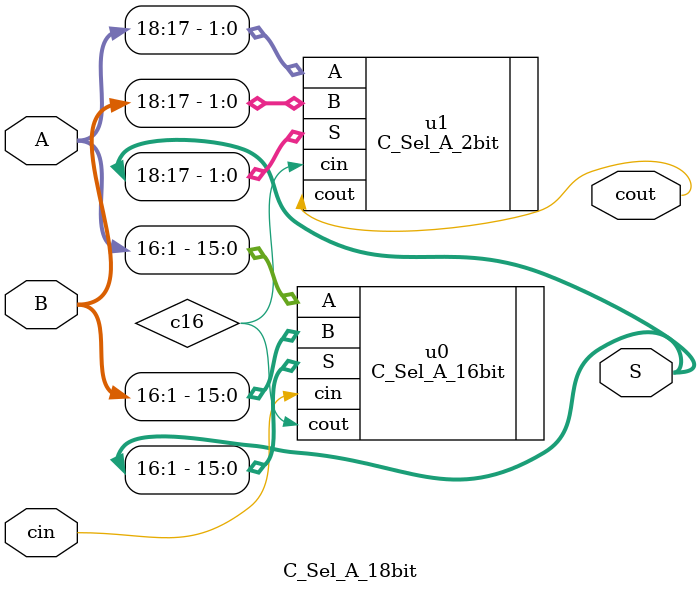
<source format=v>
module C_Sel_A_18bit #(
    parameter width=18
)(
    input wire [width:1] A,
    input wire [width:1] B,
    input wire cin,
    output wire [width:1] S,
    output wire cout
);

    wire c16;

    C_Sel_A_16bit #(.width(16)) u0 (
        .A(A[16:1]),
        .B(B[16:1]),
        .cin(cin),
        .S(S[16:1]),
        .cout(c16)
    );
    C_Sel_A_2bit #(.width(2)) u1 (
        .A(A[18:17]),
        .B(B[18:17]),
        .cin(c16),
        .S(S[18:17]),
        .cout(cout)
    );

endmodule

</source>
